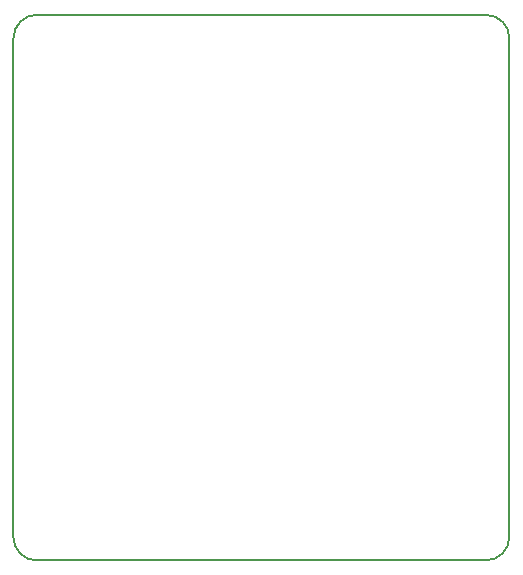
<source format=gm1>
G04 #@! TF.GenerationSoftware,KiCad,Pcbnew,(5.0.0-rc2-dev-321-g78161b592)*
G04 #@! TF.CreationDate,2018-04-10T00:44:43+02:00*
G04 #@! TF.ProjectId,xildebug,78696C64656275672E6B696361645F70,rev?*
G04 #@! TF.SameCoordinates,Original*
G04 #@! TF.FileFunction,Profile,NP*
%FSLAX46Y46*%
G04 Gerber Fmt 4.6, Leading zero omitted, Abs format (unit mm)*
G04 Created by KiCad (PCBNEW (5.0.0-rc2-dev-321-g78161b592)) date 04/10/18 00:44:43*
%MOMM*%
%LPD*%
G01*
G04 APERTURE LIST*
%ADD10C,0.150000*%
G04 APERTURE END LIST*
D10*
X198000000Y-55500000D02*
G75*
G02X200000000Y-53500000I2000000J0D01*
G01*
X238000000Y-53500000D02*
G75*
G02X240000000Y-55500000I0J-2000000D01*
G01*
X240000000Y-97700000D02*
G75*
G02X238000000Y-99700000I-2000000J0D01*
G01*
X200000000Y-99700000D02*
G75*
G02X198000000Y-97700000I0J2000000D01*
G01*
X198000000Y-55500000D02*
X198000000Y-97700000D01*
X238000000Y-53500000D02*
X200000000Y-53500000D01*
X240000000Y-97700000D02*
X240000000Y-55500000D01*
X238000000Y-99700000D02*
X200000000Y-99700000D01*
M02*

</source>
